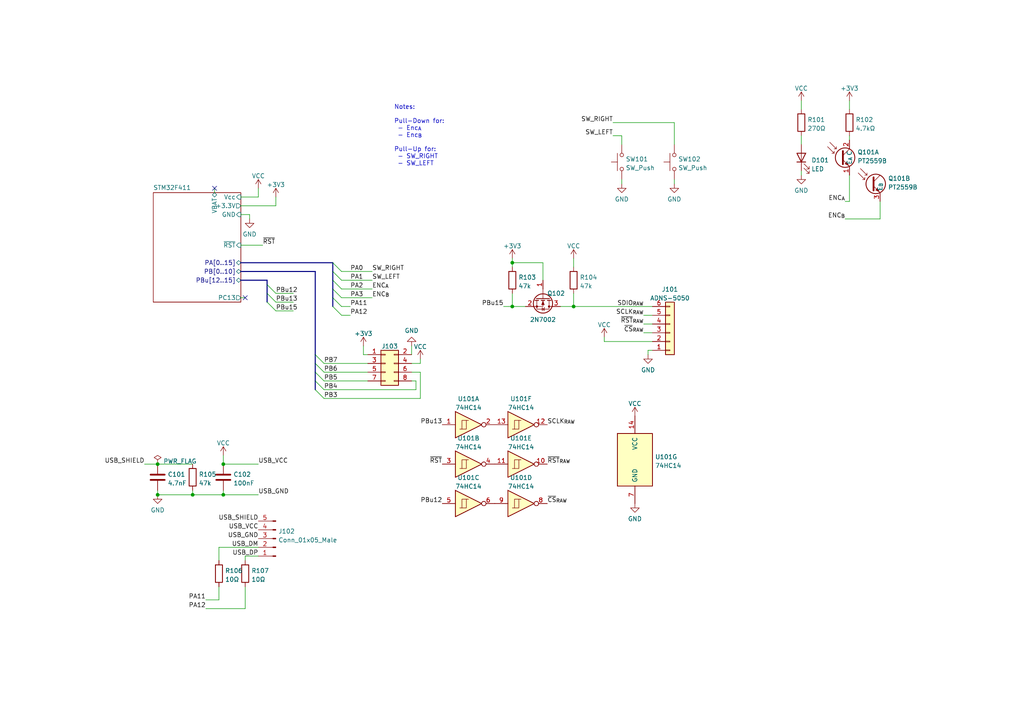
<source format=kicad_sch>
(kicad_sch (version 20211123) (generator eeschema)
  (paper "A4")
  (lib_symbols
    (symbol "74xx:74HC14" (pin_names (offset 1.016))
      (property "Reference" "U" (at 0 1.27 0))
      (property "Value" "74HC14" (at 0 -1.27 0))
      (symbol "74HC14_1_0"
        (polyline (pts (xy -3.81 3.81) (xy -3.81 -3.81) (xy 3.81 0) (xy -3.81 3.81)) (stroke (width 0.254)) (fill (type background)))
        (pin input line (at -7.62 0 0) (length 3.81) (name "~") (number "1"))
        (pin output inverted (at 7.62 0 180) (length 3.81) (name "~") (number "2"))
      )
      (symbol "74HC14_1_1"
        (polyline (pts (xy -1.905 -1.27) (xy -1.905 1.27) (xy -0.635 1.27)))
        (polyline (pts (xy -2.54 -1.27) (xy -0.635 -1.27) (xy -0.635 1.27) (xy 0 1.27)))
      )
      (symbol "74HC14_2_0"
        (polyline (pts (xy -3.81 3.81) (xy -3.81 -3.81) (xy 3.81 0) (xy -3.81 3.81)) (stroke (width 0.254)) (fill (type background)))
        (pin input line (at -7.62 0 0) (length 3.81) (name "~") (number "3"))
        (pin output inverted (at 7.62 0 180) (length 3.81) (name "~") (number "4"))
      )
      (symbol "74HC14_2_1"
        (polyline (pts (xy -1.905 -1.27) (xy -1.905 1.27) (xy -0.635 1.27)))
        (polyline (pts (xy -2.54 -1.27) (xy -0.635 -1.27) (xy -0.635 1.27) (xy 0 1.27)))
      )
      (symbol "74HC14_3_0"
        (polyline (pts (xy -3.81 3.81) (xy -3.81 -3.81) (xy 3.81 0) (xy -3.81 3.81)) (stroke (width 0.254)) (fill (type background)))
        (pin input line (at -7.62 0 0) (length 3.81) (name "~") (number "5"))
        (pin output inverted (at 7.62 0 180) (length 3.81) (name "~") (number "6"))
      )
      (symbol "74HC14_3_1"
        (polyline (pts (xy -1.905 -1.27) (xy -1.905 1.27) (xy -0.635 1.27)))
        (polyline (pts (xy -2.54 -1.27) (xy -0.635 -1.27) (xy -0.635 1.27) (xy 0 1.27)))
      )
      (symbol "74HC14_4_0"
        (polyline (pts (xy -3.81 3.81) (xy -3.81 -3.81) (xy 3.81 0) (xy -3.81 3.81)) (stroke (width 0.254)) (fill (type background)))
        (pin output inverted (at 7.62 0 180) (length 3.81) (name "~") (number "8"))
        (pin input line (at -7.62 0 0) (length 3.81) (name "~") (number "9"))
      )
      (symbol "74HC14_4_1"
        (polyline (pts (xy -1.905 -1.27) (xy -1.905 1.27) (xy -0.635 1.27)))
        (polyline (pts (xy -2.54 -1.27) (xy -0.635 -1.27) (xy -0.635 1.27) (xy 0 1.27)))
      )
      (symbol "74HC14_5_0"
        (polyline (pts (xy -3.81 3.81) (xy -3.81 -3.81) (xy 3.81 0) (xy -3.81 3.81)) (stroke (width 0.254)) (fill (type background)))
        (pin output inverted (at 7.62 0 180) (length 3.81) (name "~") (number "10"))
        (pin input line (at -7.62 0 0) (length 3.81) (name "~") (number "11"))
      )
      (symbol "74HC14_5_1"
        (polyline (pts (xy -1.905 -1.27) (xy -1.905 1.27) (xy -0.635 1.27)))
        (polyline (pts (xy -2.54 -1.27) (xy -0.635 -1.27) (xy -0.635 1.27) (xy 0 1.27)))
      )
      (symbol "74HC14_6_0"
        (polyline (pts (xy -3.81 3.81) (xy -3.81 -3.81) (xy 3.81 0) (xy -3.81 3.81)) (stroke (width 0.254)) (fill (type background)))
        (pin output inverted (at 7.62 0 180) (length 3.81) (name "~") (number "12"))
        (pin input line (at -7.62 0 0) (length 3.81) (name "~") (number "13"))
      )
      (symbol "74HC14_6_1"
        (polyline (pts (xy -1.905 -1.27) (xy -1.905 1.27) (xy -0.635 1.27)))
        (polyline (pts (xy -2.54 -1.27) (xy -0.635 -1.27) (xy -0.635 1.27) (xy 0 1.27)))
      )
      (symbol "74HC14_7_0"
        (pin power_in line (at 0 12.7 270) (length 5.08) (name "VCC") (number "14"))
        (pin power_in line (at 0 -12.7 90) (length 5.08) (name "GND") (number "7"))
      )
      (symbol "74HC14_7_1"
        (rectangle (start -5.08 7.62) (end 5.08 -7.62) (stroke (width 0.254)) (fill (type background)))
      )
    )
    (symbol "Connector:Conn_01x05_Male" (pin_names (offset 1.016) hide)
      (property "Reference" "J" (at 0 7.62 0))
      (property "Value" "Conn_01x05_Male" (at 0 -7.62 0))
      (symbol "Conn_01x05_Male_1_1"
        (polyline (pts (xy 1.27 -5.08) (xy 0.8636 -5.08)) (stroke (width 0.1524)))
        (polyline (pts (xy 1.27 -2.54) (xy 0.8636 -2.54)) (stroke (width 0.1524)))
        (polyline (pts (xy 1.27 0) (xy 0.8636 0)) (stroke (width 0.1524)))
        (polyline (pts (xy 1.27 2.54) (xy 0.8636 2.54)) (stroke (width 0.1524)))
        (polyline (pts (xy 1.27 5.08) (xy 0.8636 5.08)) (stroke (width 0.1524)))
        (rectangle (start 0.8636 -4.953) (end 0 -5.207) (stroke (width 0.1524)) (fill (type outline)))
        (rectangle (start 0.8636 -2.413) (end 0 -2.667) (stroke (width 0.1524)) (fill (type outline)))
        (rectangle (start 0.8636 0.127) (end 0 -0.127) (stroke (width 0.1524)) (fill (type outline)))
        (rectangle (start 0.8636 2.667) (end 0 2.413) (stroke (width 0.1524)) (fill (type outline)))
        (rectangle (start 0.8636 5.207) (end 0 4.953) (stroke (width 0.1524)) (fill (type outline)))
        (pin passive line (at 5.08 5.08 180) (length 3.81) (name "Pin_1") (number "1"))
        (pin passive line (at 5.08 2.54 180) (length 3.81) (name "Pin_2") (number "2"))
        (pin passive line (at 5.08 0 180) (length 3.81) (name "Pin_3") (number "3"))
        (pin passive line (at 5.08 -2.54 180) (length 3.81) (name "Pin_4") (number "4"))
        (pin passive line (at 5.08 -5.08 180) (length 3.81) (name "Pin_5") (number "5"))
      )
    )
    (symbol "Connector_Generic:Conn_01x06" (pin_names (offset 1.016) hide)
      (property "Reference" "J" (at 0 7.62 0))
      (property "Value" "Conn_01x06" (at 0 -10.16 0))
      (symbol "Conn_01x06_1_1"
        (rectangle (start -1.27 -7.493) (end 0 -7.747) (stroke (width 0.1524)))
        (rectangle (start -1.27 -4.953) (end 0 -5.207) (stroke (width 0.1524)))
        (rectangle (start -1.27 -2.413) (end 0 -2.667) (stroke (width 0.1524)))
        (rectangle (start -1.27 0.127) (end 0 -0.127) (stroke (width 0.1524)))
        (rectangle (start -1.27 2.667) (end 0 2.413) (stroke (width 0.1524)))
        (rectangle (start -1.27 5.207) (end 0 4.953) (stroke (width 0.1524)))
        (rectangle (start -1.27 6.35) (end 1.27 -8.89) (stroke (width 0.254)) (fill (type background)))
        (pin passive line (at -5.08 5.08 0) (length 3.81) (name "Pin_1") (number "1"))
        (pin passive line (at -5.08 2.54 0) (length 3.81) (name "Pin_2") (number "2"))
        (pin passive line (at -5.08 0 0) (length 3.81) (name "Pin_3") (number "3"))
        (pin passive line (at -5.08 -2.54 0) (length 3.81) (name "Pin_4") (number "4"))
        (pin passive line (at -5.08 -5.08 0) (length 3.81) (name "Pin_5") (number "5"))
        (pin passive line (at -5.08 -7.62 0) (length 3.81) (name "Pin_6") (number "6"))
      )
    )
    (symbol "Connector_Generic:Conn_02x04_Odd_Even" (pin_names (offset 1.016) hide)
      (property "Reference" "J" (at 1.27 5.08 0))
      (property "Value" "Conn_02x04_Odd_Even" (at 1.27 -7.62 0))
      (symbol "Conn_02x04_Odd_Even_1_1"
        (rectangle (start -1.27 -4.953) (end 0 -5.207) (stroke (width 0.1524)))
        (rectangle (start -1.27 -2.413) (end 0 -2.667) (stroke (width 0.1524)))
        (rectangle (start -1.27 0.127) (end 0 -0.127) (stroke (width 0.1524)))
        (rectangle (start -1.27 2.667) (end 0 2.413) (stroke (width 0.1524)))
        (rectangle (start -1.27 3.81) (end 3.81 -6.35) (stroke (width 0.254)) (fill (type background)))
        (rectangle (start 3.81 -4.953) (end 2.54 -5.207) (stroke (width 0.1524)))
        (rectangle (start 3.81 -2.413) (end 2.54 -2.667) (stroke (width 0.1524)))
        (rectangle (start 3.81 0.127) (end 2.54 -0.127) (stroke (width 0.1524)))
        (rectangle (start 3.81 2.667) (end 2.54 2.413) (stroke (width 0.1524)))
        (pin passive line (at -5.08 2.54 0) (length 3.81) (name "Pin_1") (number "1"))
        (pin passive line (at 7.62 2.54 180) (length 3.81) (name "Pin_2") (number "2"))
        (pin passive line (at -5.08 0 0) (length 3.81) (name "Pin_3") (number "3"))
        (pin passive line (at 7.62 0 180) (length 3.81) (name "Pin_4") (number "4"))
        (pin passive line (at -5.08 -2.54 0) (length 3.81) (name "Pin_5") (number "5"))
        (pin passive line (at 7.62 -2.54 180) (length 3.81) (name "Pin_6") (number "6"))
        (pin passive line (at -5.08 -5.08 0) (length 3.81) (name "Pin_7") (number "7"))
        (pin passive line (at 7.62 -5.08 180) (length 3.81) (name "Pin_8") (number "8"))
      )
    )
    (symbol "Device:C" (pin_numbers hide) (pin_names (offset 0.254))
      (property "Reference" "C" (at 0.635 2.54 0))
      (property "Value" "C" (at 0.635 -2.54 0))
      (symbol "C_0_1"
        (polyline (pts (xy -2.032 -0.762) (xy 2.032 -0.762)) (stroke (width 0.508)))
        (polyline (pts (xy -2.032 0.762) (xy 2.032 0.762)) (stroke (width 0.508)))
      )
      (symbol "C_1_1"
        (pin passive line (at 0 3.81 270) (length 2.794) (name "~") (number "1"))
        (pin passive line (at 0 -3.81 90) (length 2.794) (name "~") (number "2"))
      )
    )
    (symbol "Device:LED" (pin_numbers hide) (pin_names (offset 1.016) hide)
      (property "Reference" "D" (at 0 2.54 0))
      (property "Value" "LED" (at 0 -2.54 0))
      (symbol "LED_0_1"
        (polyline (pts (xy -1.27 -1.27) (xy -1.27 1.27)) (stroke (width 0.254)))
        (polyline (pts (xy -1.27 0) (xy 1.27 0)))
        (polyline (pts (xy 1.27 -1.27) (xy 1.27 1.27) (xy -1.27 0) (xy 1.27 -1.27)) (stroke (width 0.254)))
        (polyline (pts (xy -3.048 -0.762) (xy -4.572 -2.286) (xy -3.81 -2.286) (xy -4.572 -2.286) (xy -4.572 -1.524)))
        (polyline (pts (xy -1.778 -0.762) (xy -3.302 -2.286) (xy -2.54 -2.286) (xy -3.302 -2.286) (xy -3.302 -1.524)))
      )
      (symbol "LED_1_1"
        (pin passive line (at -3.81 0 0) (length 2.54) (name "K") (number "1"))
        (pin passive line (at 3.81 0 180) (length 2.54) (name "A") (number "2"))
      )
    )
    (symbol "Device:Q_NMOS_GSD" (pin_names (offset 0) hide)
      (property "Reference" "Q" (at 5.08 1.27 0))
      (property "Value" "Q_NMOS_GSD" (at 5.08 -1.27 0))
      (symbol "Q_NMOS_GSD_0_1"
        (polyline (pts (xy 0.254 0) (xy -2.54 0)))
        (polyline (pts (xy 0.254 1.905) (xy 0.254 -1.905)) (stroke (width 0.254)))
        (polyline (pts (xy 0.762 -1.27) (xy 0.762 -2.286)) (stroke (width 0.254)))
        (polyline (pts (xy 0.762 0.508) (xy 0.762 -0.508)) (stroke (width 0.254)))
        (polyline (pts (xy 0.762 2.286) (xy 0.762 1.27)) (stroke (width 0.254)))
        (polyline (pts (xy 2.54 2.54) (xy 2.54 1.778)))
        (polyline (pts (xy 2.54 -2.54) (xy 2.54 0) (xy 0.762 0)))
        (polyline (pts (xy 0.762 -1.778) (xy 3.302 -1.778) (xy 3.302 1.778) (xy 0.762 1.778)))
        (polyline (pts (xy 1.016 0) (xy 2.032 0.381) (xy 2.032 -0.381) (xy 1.016 0)) (fill (type outline)))
        (polyline (pts (xy 2.794 0.508) (xy 2.921 0.381) (xy 3.683 0.381) (xy 3.81 0.254)))
        (polyline (pts (xy 3.302 0.381) (xy 2.921 -0.254) (xy 3.683 -0.254) (xy 3.302 0.381)))
        (circle (center 1.651 0) (radius 2.794) (stroke (width 0.254)))
        (circle (center 2.54 -1.778) (radius 0.254) (fill (type outline)))
        (circle (center 2.54 1.778) (radius 0.254) (fill (type outline)))
      )
      (symbol "Q_NMOS_GSD_1_1"
        (pin input line (at -5.08 0 0) (length 2.54) (name "G") (number "1"))
        (pin passive line (at 2.54 -5.08 90) (length 2.54) (name "S") (number "2"))
        (pin passive line (at 2.54 5.08 270) (length 2.54) (name "D") (number "3"))
      )
    )
    (symbol "Device:R" (pin_numbers hide) (pin_names (offset 0))
      (property "Reference" "R" (at 2.032 0 90))
      (property "Value" "R" (at 0 0 90))
      (symbol "R_0_1"
        (rectangle (start -1.016 -2.54) (end 1.016 2.54) (stroke (width 0.254)))
      )
      (symbol "R_1_1"
        (pin passive line (at 0 3.81 270) (length 1.27) (name "~") (number "1"))
        (pin passive line (at 0 -3.81 90) (length 1.27) (name "~") (number "2"))
      )
    )
    (symbol "Parts:PT2559B"
      (property "Reference" "Q" (at 2.54 3.81 0))
      (property "Value" "PT2559B" (at 6.35 6.35 0))
      (symbol "PT2559B_0_1"
        (circle (center -1.27 5.08) (radius 2.8194) (stroke (width 0.254)))
        (polyline (pts (xy -4.445 6.35) (xy -5.08 6.35)))
        (polyline (pts (xy -3.81 7.62) (xy -4.445 7.62)))
        (polyline (pts (xy -1.905 5.715) (xy 0 7.62)))
        (polyline (pts (xy -6.35 8.255) (xy -4.445 6.35) (xy -4.445 6.985)))
        (polyline (pts (xy -5.715 9.525) (xy -3.81 7.62) (xy -3.81 8.255)))
        (polyline (pts (xy -1.905 4.445) (xy 0 2.54) (xy 0 2.54)))
        (polyline (pts (xy -1.905 6.985) (xy -1.905 3.175) (xy -1.905 3.175)) (stroke (width 0.508)))
        (polyline (pts (xy -1.27 3.302) (xy -0.762 3.81) (xy -0.254 2.794) (xy -1.27 3.302) (xy -1.27 3.302)) (fill (type outline)))
      )
      (symbol "PT2559B_1_1"
        (pin passive line (at 0 0 90) (length 2.54) (name "E_{A}") (number "1"))
        (pin passive line (at 0 10.16 270) (length 2.54) (name "C") (number "2"))
      )
      (symbol "PT2559B_2_1"
        (pin passive line (at 0 0 90) (length 2.54) (name "E_{B}") (number "3"))
      )
    )
    (symbol "Switch:SW_Push" (pin_numbers hide) (pin_names (offset 1.016) hide)
      (property "Reference" "SW" (at 1.27 2.54 0))
      (property "Value" "SW_Push" (at 0 -1.524 0))
      (symbol "SW_Push_0_1"
        (circle (center -2.032 0) (radius 0.508))
        (polyline (pts (xy 0 1.27) (xy 0 3.048)))
        (polyline (pts (xy 2.54 1.27) (xy -2.54 1.27)))
        (circle (center 2.032 0) (radius 0.508))
        (pin passive line (at -5.08 0 0) (length 2.54) (name "1") (number "1"))
        (pin passive line (at 5.08 0 180) (length 2.54) (name "2") (number "2"))
      )
    )
    (symbol "power:+3.3V" (power) (pin_names (offset 0))
      (property "Value" "+3.3V" (at 0 3.556 0))
      (symbol "+3.3V_0_1"
        (polyline (pts (xy -0.762 1.27) (xy 0 2.54)))
        (polyline (pts (xy 0 0) (xy 0 2.54)))
        (polyline (pts (xy 0 2.54) (xy 0.762 1.27)))
      )
      (symbol "+3.3V_1_1"
        (pin power_in line (at 0 0 90) (length 0) hide (name "+3V3") (number "1"))
      )
    )
    (symbol "power:GND" (power) (pin_names (offset 0))
      (property "Value" "GND" (at 0 -3.81 0))
      (symbol "GND_0_1"
        (polyline (pts (xy 0 0) (xy 0 -1.27) (xy 1.27 -1.27) (xy 0 -2.54) (xy -1.27 -1.27) (xy 0 -1.27)))
      )
      (symbol "GND_1_1"
        (pin power_in line (at 0 0 270) (length 0) hide (name "GND") (number "1"))
      )
    )
    (symbol "power:PWR_FLAG" (power) (pin_numbers hide) (pin_names (offset 0) hide)
      (property "Value" "PWR_FLAG" (at 0 3.81 0))
      (symbol "PWR_FLAG_0_0"
        (pin power_out line (at 0 0 90) (length 0) (name "pwr") (number "1"))
      )
      (symbol "PWR_FLAG_0_1"
        (polyline (pts (xy 0 0) (xy 0 1.27) (xy -1.016 1.905) (xy 0 2.54) (xy 1.016 1.905) (xy 0 1.27)))
      )
    )
    (symbol "power:VCC" (power) (pin_names (offset 0))
      (property "Value" "VCC" (at 0 3.81 0))
      (symbol "VCC_0_1"
        (polyline (pts (xy -0.762 1.27) (xy 0 2.54)))
        (polyline (pts (xy 0 0) (xy 0 2.54)))
        (polyline (pts (xy 0 2.54) (xy 0.762 1.27)))
      )
      (symbol "VCC_1_1"
        (pin power_in line (at 0 0 90) (length 0) hide (name "VCC") (number "1"))
      )
    )
  )
  (junction (at 55.88 143.51))
  (junction (at 148.59 88.9))
  (junction (at 45.72 143.51))
  (junction (at 45.72 134.62))
  (junction (at 64.77 143.51))
  (junction (at 148.59 76.2))
  (junction (at 64.77 134.62))
  (junction (at 166.37 88.9))
  (no_connect (at 62.23 54.61))
  (no_connect (at 71.12 86.36))
  (bus_entry (at 96.52 78.74) (size 2.54 2.54))
  (bus_entry (at 91.44 105.41) (size 2.54 2.54))
  (bus_entry (at 77.47 82.55) (size 2.54 2.54))
  (bus_entry (at 77.47 85.09) (size 2.54 2.54))
  (bus_entry (at 96.52 81.28) (size 2.54 2.54))
  (bus_entry (at 91.44 102.87) (size 2.54 2.54))
  (bus_entry (at 96.52 83.82) (size 2.54 2.54))
  (bus_entry (at 96.52 86.36) (size 2.54 2.54))
  (bus_entry (at 77.47 87.63) (size 2.54 2.54))
  (bus_entry (at 96.52 76.2) (size 2.54 2.54))
  (bus_entry (at 91.44 113.03) (size 2.54 2.54))
  (bus_entry (at 91.44 107.95) (size 2.54 2.54))
  (bus_entry (at 91.44 110.49) (size 2.54 2.54))
  (bus_entry (at 96.52 88.9) (size 2.54 2.54))
  (wire (pts (xy 45.72 134.62) (xy 55.88 134.62)))
  (wire (pts (xy 187.96 101.6) (xy 189.23 101.6)))
  (wire (pts (xy 99.06 78.74) (xy 107.95 78.74)))
  (wire (pts (xy 64.77 132.08) (xy 64.77 134.62)))
  (wire (pts (xy 120.65 110.49) (xy 119.38 110.49)))
  (bus (pts (xy 91.44 105.41) (xy 91.44 107.95)))
  (wire (pts (xy 93.98 113.03) (xy 120.65 113.03)))
  (bus (pts (xy 96.52 81.28) (xy 96.52 83.82)))
  (wire (pts (xy 45.72 142.24) (xy 45.72 143.51)))
  (wire (pts (xy 152.4 88.9) (xy 148.59 88.9)))
  (wire (pts (xy 93.98 105.41) (xy 106.68 105.41)))
  (bus (pts (xy 91.44 110.49) (xy 91.44 113.03)))
  (bus (pts (xy 77.47 85.09) (xy 77.47 87.63)))
  (wire (pts (xy 166.37 74.93) (xy 166.37 77.47)))
  (wire (pts (xy 80.01 57.15) (xy 80.01 59.69)))
  (wire (pts (xy 186.69 93.98) (xy 189.23 93.98)))
  (wire (pts (xy 71.12 162.56) (xy 71.12 161.29)))
  (wire (pts (xy 93.98 110.49) (xy 106.68 110.49)))
  (bus (pts (xy 91.44 107.95) (xy 91.44 110.49)))
  (wire (pts (xy 232.41 29.21) (xy 232.41 31.75)))
  (wire (pts (xy 180.34 39.37) (xy 180.34 41.91)))
  (wire (pts (xy 246.38 39.37) (xy 246.38 40.64)))
  (wire (pts (xy 62.23 54.61) (xy 62.23 55.88)))
  (wire (pts (xy 72.39 62.23) (xy 69.85 62.23)))
  (wire (pts (xy 121.92 107.95) (xy 119.38 107.95)))
  (wire (pts (xy 63.5 158.75) (xy 63.5 162.56)))
  (wire (pts (xy 80.01 85.09) (xy 85.09 85.09)))
  (bus (pts (xy 96.52 83.82) (xy 96.52 86.36)))
  (bus (pts (xy 69.85 81.28) (xy 77.47 81.28)))
  (wire (pts (xy 55.88 143.51) (xy 64.77 143.51)))
  (bus (pts (xy 69.85 76.2) (xy 96.52 76.2)))
  (wire (pts (xy 105.41 102.87) (xy 106.68 102.87)))
  (wire (pts (xy 148.59 88.9) (xy 148.59 85.09)))
  (wire (pts (xy 121.92 115.57) (xy 121.92 107.95)))
  (wire (pts (xy 105.41 100.33) (xy 105.41 102.87)))
  (wire (pts (xy 166.37 85.09) (xy 166.37 88.9)))
  (wire (pts (xy 120.65 113.03) (xy 120.65 110.49)))
  (bus (pts (xy 69.85 78.74) (xy 91.44 78.74)))
  (wire (pts (xy 99.06 91.44) (xy 101.6 91.44)))
  (wire (pts (xy 255.27 58.42) (xy 255.27 63.5)))
  (wire (pts (xy 255.27 63.5) (xy 245.11 63.5)))
  (wire (pts (xy 175.26 99.06) (xy 189.23 99.06)))
  (wire (pts (xy 64.77 143.51) (xy 74.93 143.51)))
  (wire (pts (xy 99.06 81.28) (xy 107.95 81.28)))
  (wire (pts (xy 246.38 29.21) (xy 246.38 31.75)))
  (wire (pts (xy 93.98 115.57) (xy 121.92 115.57)))
  (wire (pts (xy 195.58 52.07) (xy 195.58 53.34)))
  (wire (pts (xy 41.91 134.62) (xy 45.72 134.62)))
  (wire (pts (xy 186.69 91.44) (xy 189.23 91.44)))
  (wire (pts (xy 71.12 161.29) (xy 74.93 161.29)))
  (wire (pts (xy 148.59 74.93) (xy 148.59 76.2)))
  (wire (pts (xy 80.01 87.63) (xy 85.09 87.63)))
  (wire (pts (xy 245.11 58.42) (xy 246.38 58.42)))
  (wire (pts (xy 80.01 59.69) (xy 69.85 59.69)))
  (wire (pts (xy 166.37 88.9) (xy 189.23 88.9)))
  (wire (pts (xy 99.06 83.82) (xy 107.95 83.82)))
  (bus (pts (xy 96.52 78.74) (xy 96.52 81.28)))
  (wire (pts (xy 72.39 63.5) (xy 72.39 62.23)))
  (wire (pts (xy 45.72 143.51) (xy 55.88 143.51)))
  (wire (pts (xy 74.93 57.15) (xy 69.85 57.15)))
  (wire (pts (xy 148.59 76.2) (xy 157.48 76.2)))
  (wire (pts (xy 69.85 86.36) (xy 71.12 86.36)))
  (bus (pts (xy 96.52 86.36) (xy 96.52 88.9)))
  (bus (pts (xy 96.52 76.2) (xy 96.52 78.74)))
  (wire (pts (xy 55.88 142.24) (xy 55.88 143.51)))
  (wire (pts (xy 119.38 100.33) (xy 119.38 102.87)))
  (wire (pts (xy 63.5 173.99) (xy 63.5 170.18)))
  (bus (pts (xy 77.47 81.28) (xy 77.47 82.55)))
  (wire (pts (xy 74.93 54.61) (xy 74.93 57.15)))
  (wire (pts (xy 69.85 71.12) (xy 76.2 71.12)))
  (wire (pts (xy 186.69 96.52) (xy 189.23 96.52)))
  (bus (pts (xy 91.44 78.74) (xy 91.44 102.87)))
  (wire (pts (xy 121.92 104.14) (xy 121.92 105.41)))
  (wire (pts (xy 166.37 88.9) (xy 162.56 88.9)))
  (wire (pts (xy 177.8 35.56) (xy 195.58 35.56)))
  (wire (pts (xy 59.69 173.99) (xy 63.5 173.99)))
  (wire (pts (xy 232.41 49.53) (xy 232.41 50.8)))
  (wire (pts (xy 195.58 35.56) (xy 195.58 41.91)))
  (wire (pts (xy 146.05 88.9) (xy 148.59 88.9)))
  (wire (pts (xy 177.8 39.37) (xy 180.34 39.37)))
  (wire (pts (xy 59.69 176.53) (xy 71.12 176.53)))
  (wire (pts (xy 232.41 39.37) (xy 232.41 41.91)))
  (wire (pts (xy 74.93 158.75) (xy 63.5 158.75)))
  (wire (pts (xy 180.34 52.07) (xy 180.34 53.34)))
  (wire (pts (xy 64.77 142.24) (xy 64.77 143.51)))
  (bus (pts (xy 77.47 82.55) (xy 77.47 85.09)))
  (bus (pts (xy 91.44 102.87) (xy 91.44 105.41)))
  (wire (pts (xy 157.48 76.2) (xy 157.48 81.28)))
  (wire (pts (xy 93.98 107.95) (xy 106.68 107.95)))
  (wire (pts (xy 80.01 90.17) (xy 85.09 90.17)))
  (wire (pts (xy 175.26 97.79) (xy 175.26 99.06)))
  (wire (pts (xy 64.77 134.62) (xy 74.93 134.62)))
  (wire (pts (xy 148.59 77.47) (xy 148.59 76.2)))
  (wire (pts (xy 246.38 58.42) (xy 246.38 50.8)))
  (wire (pts (xy 99.06 86.36) (xy 107.95 86.36)))
  (wire (pts (xy 187.96 102.87) (xy 187.96 101.6)))
  (wire (pts (xy 99.06 88.9) (xy 101.6 88.9)))
  (wire (pts (xy 121.92 105.41) (xy 119.38 105.41)))
  (wire (pts (xy 71.12 176.53) (xy 71.12 170.18)))
  (text "Notes:\n\nPull-Down for:\n - Enc_{A}\n - Enc_{B}\n\nPull-Up for:\n - SW_RIGHT\n - SW_LEFT" (at 114.3 48.26 0) (effects (font (size 1.27 1.27)) (justify left bottom)))
  (label "USB_DP" (at 74.93 161.29 180))
  (label "~{RST}_{RAW}" (at 186.69 93.98 180))
  (label "PB5" (at 93.98 110.49 0))
  (label "PBu12" (at 128.27 146.05 180))
  (label "PBu13" (at 128.27 123.19 180))
  (label "PA2" (at 101.6 83.82 0))
  (label "SCLK_{RAW}" (at 186.69 91.44 180))
  (label "~{RST}_{RAW}" (at 158.75 134.62 0))
  (label "SW_LEFT" (at 107.95 81.28 0))
  (label "~{RST}" (at 128.27 134.62 180))
  (label "PA12" (at 101.6 91.44 0))
  (label "USB_DM" (at 74.93 158.75 180))
  (label "USB_GND" (at 74.93 143.51 0))
  (label "ENC_{A}" (at 107.95 83.82 0))
  (label "PA11" (at 59.69 173.99 180))
  (label "USB_VCC" (at 74.93 153.67 180))
  (label "PA3" (at 101.6 86.36 0))
  (label "SDIO_{RAW}" (at 186.69 88.9 180))
  (label "USB_SHIELD" (at 41.91 134.62 180))
  (label "PA1" (at 101.6 81.28 0))
  (label "PA12" (at 59.69 176.53 180))
  (label "~{RST}" (at 76.2 71.12 0))
  (label "USB_VCC" (at 74.93 134.62 0))
  (label "PB6" (at 93.98 107.95 0))
  (label "PB4" (at 93.98 113.03 0))
  (label "SW_LEFT" (at 177.8 39.37 180))
  (label "~{CS}_{RAW}" (at 186.69 96.52 180))
  (label "PBu15" (at 80.01 90.17 0))
  (label "PA11" (at 101.6 88.9 0))
  (label "PBu15" (at 146.05 88.9 180))
  (label "USB_SHIELD" (at 74.93 151.13 180))
  (label "SW_RIGHT" (at 107.95 78.74 0))
  (label "PB3" (at 93.98 115.57 0))
  (label "ENC_{B}" (at 245.11 63.5 180))
  (label "PB7" (at 93.98 105.41 0))
  (label "SW_RIGHT" (at 177.8 35.56 180))
  (label "PA0" (at 101.6 78.74 0))
  (label "PBu13" (at 80.01 87.63 0))
  (label "~{CS}_{RAW}" (at 158.75 146.05 0))
  (label "ENC_{A}" (at 245.11 58.42 180))
  (label "ENC_{B}" (at 107.95 86.36 0))
  (label "SCLK_{RAW}" (at 158.75 123.19 0))
  (label "USB_GND" (at 74.93 156.21 180))
  (label "PBu12" (at 80.01 85.09 0))
  (symbol (lib_id "Switch:SW_Push") (at 195.58 46.99 90) (unit 1)
    (property "Reference" "SW102" (at 196.723 46.1553 90) (effects (justify right)))
    (property "Value" "SW_Push" (at 196.723 48.6922 90) (effects (justify right)))
    (property "Footprint" "Footprints:Kailh_SW_Mouse" (effects hide))
  )
  (symbol (lib_id "power:+3.3V") (at 105.41 100.33 0) (unit 1)
    (property "Reference" "#PWR0136" (effects hide))
    (property "Value" "+3.3V" (at 105.41 96.7542 0))
  )
  (symbol (lib_id "power:+3.3V") (at 148.59 74.93 0) (unit 1)
    (property "Reference" "#PWR0123" (effects hide))
    (property "Value" "+3.3V" (at 148.59 71.3542 0))
  )
  (symbol (lib_id "Device:R") (at 71.12 166.37 180) (unit 1)
    (property "Reference" "R107" (at 72.898 165.5353 0) (effects (justify right)))
    (property "Value" "10Ω" (at 72.898 168.0722 0) (effects (justify right)))
    (property "Footprint" "Resistor_SMD:R_0402_1005Metric" (effects hide))
    (property "Datasheet" "https://datasheet.lcsc.com/lcsc/2205311900_UNI-ROYAL-Uniroyal-Elec-0402WGF100JTCE_C25077.pdf" (effects hide))
    (property "JLCPCB" "C25077" (effects hide))
    (property "JLCPCB Type" "Basic" (effects hide))
  )
  (symbol (lib_id "Parts:PT2559B") (at 246.38 50.8 0) (unit 1)
    (property "Reference" "Q101" (at 248.6914 44.136 0) (effects (justify left)))
    (property "Value" "PT2559B" (at 248.6914 46.6729 0) (effects (justify left)))
    (property "Footprint" "Footprints:PT2559B" (effects hide))
  )
  (symbol (lib_id "74xx:74HC14") (at 151.13 134.62 0) (unit 5)
    (property "Reference" "U101" (at 151.13 127.1102 0))
    (property "Value" "74HC14" (at 151.13 129.6471 0))
    (property "Footprint" "Package_SO:SOIC-14_3.9x8.7mm_P1.27mm" (effects hide))
    (property "Datasheet" "http://www.ti.com/lit/gpn/sn74HC14" (effects hide))
    (property "JLCPCB" "C5605" (effects hide))
    (property "JLCPCB Type" "Basic" (effects hide))
  )
  (symbol (lib_id "Device:R") (at 246.38 35.56 0) (unit 1)
    (property "Reference" "R102" (at 248.158 34.7253 0) (effects (justify left)))
    (property "Value" "4.7kΩ" (at 248.158 37.2622 0) (effects (justify left)))
    (property "Footprint" "Resistor_SMD:R_0402_1005Metric" (effects hide))
    (property "JLCPCB" "C25900" (effects hide))
    (property "JLCPCB Type" "Basic" (effects hide))
  )
  (symbol (lib_id "power:VCC") (at 64.77 132.08 0) (unit 1)
    (property "Reference" "#PWR0127" (effects hide))
    (property "Value" "VCC" (at 64.77 128.5042 0))
  )
  (symbol (lib_id "power:GND") (at 119.38 100.33 180) (unit 1)
    (property "Reference" "#PWR0137" (effects hide))
    (property "Value" "GND" (at 119.38 95.8866 0))
  )
  (symbol (lib_id "Connector_Generic:Conn_02x04_Odd_Even") (at 111.76 105.41 0) (unit 1)
    (property "Reference" "J103" (at 113.03 100.4372 0))
    (property "Value" "Conn_02x04_Odd_Even" (effects hide))
    (property "Footprint" "Connector_PinHeader_2.54mm:PinHeader_2x04_P2.54mm_Vertical" (effects hide))
  )
  (symbol (lib_id "power:VCC") (at 175.26 97.79 0) (unit 1)
    (property "Reference" "#PWR0125" (effects hide))
    (property "Value" "VCC" (at 175.26 94.2142 0))
  )
  (symbol (lib_id "power:GND") (at 72.39 63.5 0) (unit 1)
    (property "Reference" "#PWR0122" (effects hide))
    (property "Value" "GND" (at 72.39 67.9434 0))
  )
  (symbol (lib_id "Device:R") (at 55.88 138.43 0) (unit 1)
    (property "Reference" "R105" (at 57.658 137.5953 0) (effects (justify left)))
    (property "Value" "47k" (at 57.658 140.1322 0) (effects (justify left)))
    (property "Footprint" "Resistor_SMD:R_0402_1005Metric" (effects hide))
    (property "Datasheet" "https://datasheet.lcsc.com/lcsc/2206010100_UNI-ROYAL-Uniroyal-Elec-0402WGF4702TCE_C25792.pdf" (effects hide))
    (property "JLCPCB" "C25792" (effects hide))
    (property "JLCPCB Type" "Basic" (effects hide))
  )
  (symbol (lib_id "Device:C") (at 45.72 138.43 0) (unit 1)
    (property "Reference" "C101" (at 48.641 137.5953 0) (effects (justify left)))
    (property "Value" "4.7nF" (at 48.641 140.1322 0) (effects (justify left)))
    (property "Footprint" "Capacitor_SMD:C_0603_1608Metric" (effects hide))
    (property "Datasheet" "https://datasheet.lcsc.com/lcsc/1811061811_FH-Guangdong-Fenghua-Advanced-Tech-0603B472K500NT_C53987.pdf" (effects hide))
    (property "JLCPCB" "C53987" (effects hide))
    (property "JLCPCB Type" "Basic" (effects hide))
  )
  (symbol (lib_id "Switch:SW_Push") (at 180.34 46.99 90) (unit 1)
    (property "Reference" "SW101" (at 181.483 46.1553 90) (effects (justify right)))
    (property "Value" "SW_Push" (at 181.483 48.6922 90) (effects (justify right)))
    (property "Footprint" "Footprints:Kailh_SW_Mouse" (effects hide))
  )
  (symbol (lib_id "power:GND") (at 232.41 50.8 0) (unit 1)
    (property "Reference" "#PWR0103" (effects hide))
    (property "Value" "GND" (at 232.41 55.2434 0))
  )
  (symbol (lib_id "power:GND") (at 195.58 53.34 0) (unit 1)
    (property "Reference" "#PWR0105" (effects hide))
    (property "Value" "GND" (at 195.58 57.7834 0))
  )
  (symbol (lib_id "power:VCC") (at 74.93 54.61 0) (unit 1)
    (property "Reference" "#PWR0106" (effects hide))
    (property "Value" "VCC" (at 74.93 51.0342 0))
  )
  (symbol (lib_id "74xx:74HC14") (at 135.89 123.19 0) (unit 1)
    (property "Reference" "U101" (at 135.89 115.6802 0))
    (property "Value" "74HC14" (at 135.89 118.2171 0))
    (property "Footprint" "Package_SO:SOIC-14_3.9x8.7mm_P1.27mm" (effects hide))
    (property "Datasheet" "http://www.ti.com/lit/gpn/sn74HC14" (effects hide))
    (property "JLCPCB" "C5605" (effects hide))
    (property "JLCPCB Type" "Basic" (effects hide))
  )
  (symbol (lib_id "power:VCC") (at 184.15 120.65 0) (unit 1)
    (property "Reference" "#PWR0134" (effects hide))
    (property "Value" "VCC" (at 184.15 117.0742 0))
  )
  (symbol (lib_id "power:+3.3V") (at 246.38 29.21 0) (unit 1)
    (property "Reference" "#PWR0102" (effects hide))
    (property "Value" "+3.3V" (at 246.38 25.6342 0))
  )
  (symbol (lib_id "power:VCC") (at 121.92 104.14 0) (unit 1)
    (property "Reference" "#PWR0138" (effects hide))
    (property "Value" "VCC" (at 121.92 100.5642 0))
  )
  (symbol (lib_id "Device:R") (at 232.41 35.56 0) (unit 1)
    (property "Reference" "R101" (at 234.188 34.7253 0) (effects (justify left)))
    (property "Value" "270Ω" (at 234.188 37.2622 0) (effects (justify left)))
    (property "Footprint" "Resistor_SMD:R_0402_1005Metric" (effects hide))
    (property "JLCPCB" "C25744" (effects hide))
    (property "JLCPCB Type" "Basic" (effects hide))
  )
  (symbol (lib_id "Parts:PT2559B") (at 255.27 58.42 0) (unit 2)
    (property "Reference" "Q101" (at 257.5814 51.756 0) (effects (justify left)))
    (property "Value" "PT2559B" (at 257.5814 54.2929 0) (effects (justify left)))
    (property "Footprint" "Footprints:PT2559B" (effects hide))
  )
  (symbol (lib_id "power:GND") (at 187.96 102.87 0) (unit 1)
    (property "Reference" "#PWR0126" (effects hide))
    (property "Value" "GND" (at 187.96 107.3134 0))
  )
  (symbol (lib_id "74xx:74HC14") (at 135.89 146.05 0) (unit 3)
    (property "Reference" "U101" (at 135.89 138.5402 0))
    (property "Value" "74HC14" (at 135.89 141.0771 0))
    (property "Footprint" "Package_SO:SOIC-14_3.9x8.7mm_P1.27mm" (effects hide))
    (property "Datasheet" "http://www.ti.com/lit/gpn/sn74HC14" (effects hide))
    (property "JLCPCB" "C5605" (effects hide))
    (property "JLCPCB Type" "Basic" (effects hide))
  )
  (symbol (lib_id "power:PWR_FLAG") (at 45.72 134.62 0) (unit 1)
    (property "Reference" "#FLG0106" (effects hide))
    (property "Value" "PWR_FLAG" (at 47.371 133.7838 0) (effects (justify left)))
  )
  (symbol (lib_id "power:GND") (at 180.34 53.34 0) (unit 1)
    (property "Reference" "#PWR0104" (effects hide))
    (property "Value" "GND" (at 180.34 57.7834 0))
  )
  (symbol (lib_id "Device:C") (at 64.77 138.43 0) (unit 1)
    (property "Reference" "C102" (at 67.691 137.5953 0) (effects (justify left)))
    (property "Value" "100nF" (at 67.691 140.1322 0) (effects (justify left)))
    (property "Footprint" "Capacitor_SMD:C_0402_1005Metric" (effects hide))
    (property "Datasheet" "https://datasheet.lcsc.com/lcsc/1810191219_Samsung-Electro-Mechanics-CL05B104KO5NNNC_C1525.pdf" (effects hide))
    (property "JLCPCB" "C1525" (effects hide))
    (property "JLCPCB Type" "Basic" (effects hide))
  )
  (symbol (lib_id "74xx:74HC14") (at 151.13 123.19 0) (unit 6)
    (property "Reference" "U101" (at 151.13 115.6802 0))
    (property "Value" "74HC14" (at 151.13 118.2171 0))
    (property "Footprint" "Package_SO:SOIC-14_3.9x8.7mm_P1.27mm" (effects hide))
    (property "Datasheet" "http://www.ti.com/lit/gpn/sn74HC14" (effects hide))
    (property "JLCPCB" "C5605" (effects hide))
    (property "JLCPCB Type" "Basic" (effects hide))
  )
  (symbol (lib_id "power:+3.3V") (at 80.01 57.15 0) (unit 1)
    (property "Reference" "#PWR0121" (effects hide))
    (property "Value" "+3.3V" (at 80.01 53.5742 0))
  )
  (symbol (lib_id "Device:Q_NMOS_GSD") (at 157.48 86.36 270) (unit 1)
    (property "Reference" "Q102" (at 161.29 85.09 90))
    (property "Value" "2N7002" (at 157.48 92.71 90))
    (property "Footprint" "Package_TO_SOT_SMD:SOT-23" (effects hide))
    (property "Datasheet" "https://datasheet.lcsc.com/lcsc/1810151612_Jiangsu-Changjing-Electronics-Technology-Co---Ltd--2N7002_C8545.pdf" (effects hide))
    (property "JLCPCB" "C8545" (effects hide))
  )
  (symbol (lib_id "Device:R") (at 166.37 81.28 0) (unit 1)
    (property "Reference" "R104" (at 168.148 80.4453 0) (effects (justify left)))
    (property "Value" "47k" (at 168.148 82.9822 0) (effects (justify left)))
    (property "Footprint" "Resistor_SMD:R_0402_1005Metric" (effects hide))
    (property "Datasheet" "https://datasheet.lcsc.com/lcsc/2206010100_UNI-ROYAL-Uniroyal-Elec-0402WGF4702TCE_C25792.pdf" (effects hide))
    (property "JLCPCB" "C25792" (effects hide))
    (property "JLCPCB Type" "Basic" (effects hide))
  )
  (symbol (lib_id "Device:LED") (at 232.41 45.72 90) (unit 1)
    (property "Reference" "D101" (at 235.331 46.4728 90) (effects (justify right)))
    (property "Value" "LED" (at 235.331 49.0097 90) (effects (justify right)))
    (property "Footprint" "LED_THT:LED_SideEmitter_Rectangular_W4.5mm_H1.6mm" (effects hide))
  )
  (symbol (lib_id "Connector_Generic:Conn_01x06") (at 194.31 96.52 0) (mirror x) (unit 1)
    (property "Reference" "J101" (at 194.31 83.9302 0))
    (property "Value" "ADNS-5050" (at 194.31 86.4671 0))
    (property "Footprint" "Connector_JST:JST_PH_B6B-PH-K_1x06_P2.00mm_Vertical" (effects hide))
  )
  (symbol (lib_id "Device:R") (at 148.59 81.28 0) (unit 1)
    (property "Reference" "R103" (at 150.368 80.4453 0) (effects (justify left)))
    (property "Value" "47k" (at 150.368 82.9822 0) (effects (justify left)))
    (property "Footprint" "Resistor_SMD:R_0402_1005Metric" (effects hide))
    (property "Datasheet" "https://datasheet.lcsc.com/lcsc/2206010100_UNI-ROYAL-Uniroyal-Elec-0402WGF4702TCE_C25792.pdf" (effects hide))
    (property "JLCPCB" "C25792" (effects hide))
    (property "JLCPCB Type" "Basic" (effects hide))
  )
  (symbol (lib_id "Connector:Conn_01x05_Male") (at 80.01 156.21 180) (unit 1)
    (property "Reference" "J102" (at 80.7212 154.1053 0) (effects (justify right)))
    (property "Value" "Conn_01x05_Male" (at 80.7212 156.6422 0) (effects (justify right)))
    (property "Footprint" "Connector_JST:JST_PH_S5B-PH-K_1x05_P2.00mm_Horizontal" (effects hide))
  )
  (symbol (lib_id "power:VCC") (at 232.41 29.21 0) (unit 1)
    (property "Reference" "#PWR0101" (effects hide))
    (property "Value" "VCC" (at 232.41 25.6342 0))
  )
  (symbol (lib_id "74xx:74HC14") (at 135.89 134.62 0) (unit 2)
    (property "Reference" "U101" (at 135.89 127.1102 0))
    (property "Value" "74HC14" (at 135.89 129.6471 0))
    (property "Footprint" "Package_SO:SOIC-14_3.9x8.7mm_P1.27mm" (effects hide))
    (property "Datasheet" "http://www.ti.com/lit/gpn/sn74HC14" (effects hide))
    (property "JLCPCB" "C5605" (effects hide))
    (property "JLCPCB Type" "Basic" (effects hide))
  )
  (symbol (lib_id "power:VCC") (at 166.37 74.93 0) (unit 1)
    (property "Reference" "#PWR0124" (effects hide))
    (property "Value" "VCC" (at 166.37 71.3542 0))
  )
  (symbol (lib_id "Device:R") (at 63.5 166.37 180) (unit 1)
    (property "Reference" "R106" (at 65.278 165.5353 0) (effects (justify right)))
    (property "Value" "10Ω" (at 65.278 168.0722 0) (effects (justify right)))
    (property "Footprint" "Resistor_SMD:R_0402_1005Metric" (effects hide))
    (property "Datasheet" "https://datasheet.lcsc.com/lcsc/2205311900_UNI-ROYAL-Uniroyal-Elec-0402WGF100JTCE_C25077.pdf" (effects hide))
    (property "JLCPCB" "C25077" (effects hide))
    (property "JLCPCB Type" "Basic" (effects hide))
  )
  (symbol (lib_id "74xx:74HC14") (at 184.15 133.35 0) (unit 7)
    (property "Reference" "U101" (at 189.992 132.5153 0) (effects (justify left)))
    (property "Value" "74HC14" (at 189.992 135.0522 0) (effects (justify left)))
    (property "Footprint" "Package_SO:SOIC-14_3.9x8.7mm_P1.27mm" (effects hide))
    (property "Datasheet" "http://www.ti.com/lit/gpn/sn74HC14" (effects hide))
    (property "JLCPCB" "C5605" (effects hide))
    (property "JLCPCB Type" "Basic" (effects hide))
  )
  (symbol (lib_id "power:GND") (at 45.72 143.51 0) (unit 1)
    (property "Reference" "#PWR0128" (effects hide))
    (property "Value" "GND" (at 45.72 147.9534 0))
  )
  (symbol (lib_id "power:GND") (at 184.15 146.05 0) (unit 1)
    (property "Reference" "#PWR0135" (effects hide))
    (property "Value" "GND" (at 184.15 150.4934 0))
  )
  (symbol (lib_id "74xx:74HC14") (at 151.13 146.05 0) (unit 4)
    (property "Reference" "U101" (at 151.13 138.5402 0))
    (property "Value" "74HC14" (at 151.13 141.0771 0))
    (property "Footprint" "Package_SO:SOIC-14_3.9x8.7mm_P1.27mm" (effects hide))
    (property "Datasheet" "http://www.ti.com/lit/gpn/sn74HC14" (effects hide))
    (property "JLCPCB" "C5605" (effects hide))
    (property "JLCPCB Type" "Basic" (effects hide))
  )
  (sheet (at 44.45 55.88) (size 25.4 31.75) (stroke (width 0.1524))
    (property "Sheet name" "STM32F411" (at 44.45 55.1684 0) (effects (justify left bottom)))
    (property "Sheet file" "kicad-hierarchical-blocks/MCUs/STM32F411CCU/STM32F411CCU.kicad_sch" (effects hide))
    (pin "GND" input (at 69.85 62.23 0))
    (pin "+3.3V" output (at 69.85 59.69 0))
    (pin "Vcc" input (at 69.85 57.15 0))
    (pin "VBAT" bidirectional (at 62.23 55.88 90))
    (pin "PBu[12..15]" bidirectional (at 69.85 81.28 0))
    (pin "PB[0..10]" bidirectional (at 69.85 78.74 0))
    (pin "~{RST}" input (at 69.85 71.12 0))
    (pin "PA[0..15]" bidirectional (at 69.85 76.2 0))
    (pin "PC13" output (at 69.85 86.36 0))
  )
)
</source>
